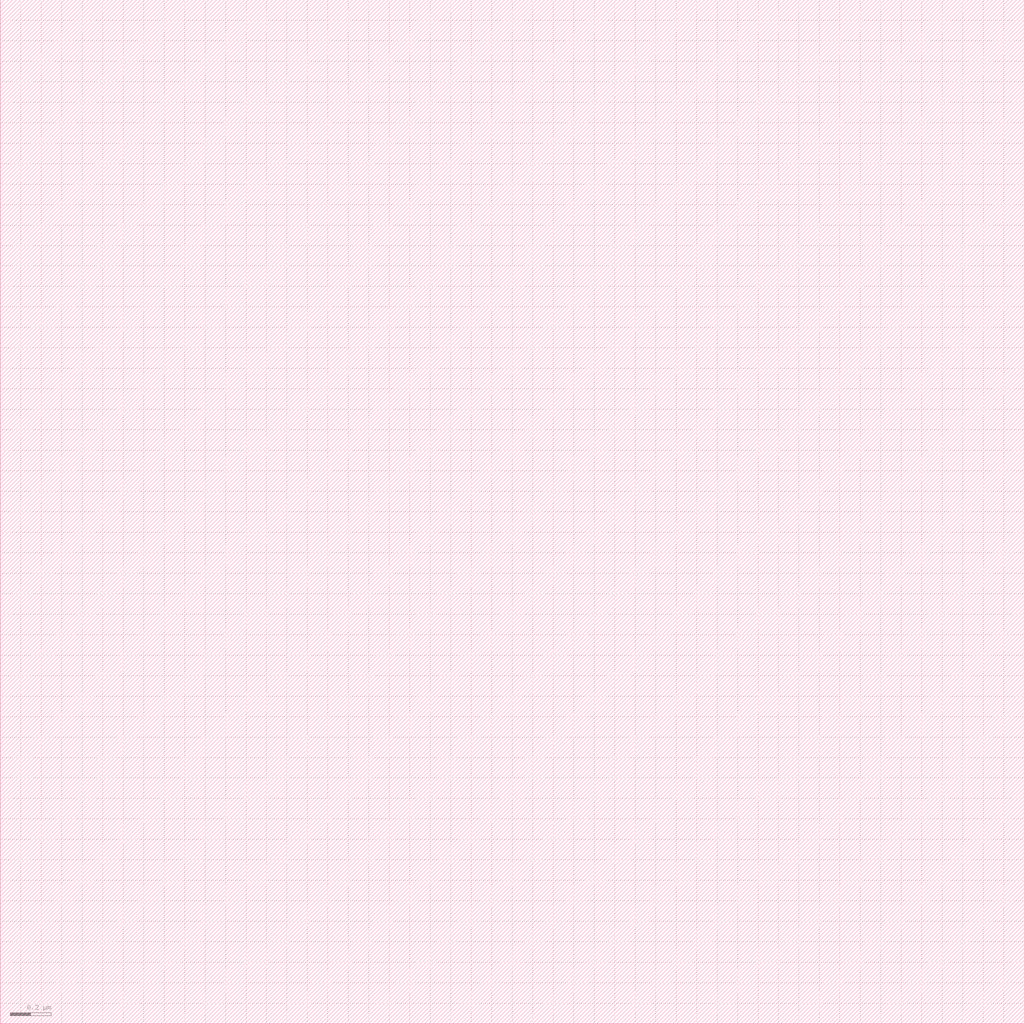
<source format=lef>
VERSION 5.8 ;

UNITS
  DATABASE MICRONS 1000 ;
END UNITS

MACRO test
  SIZE 5 by 5 ;
END test

</source>
